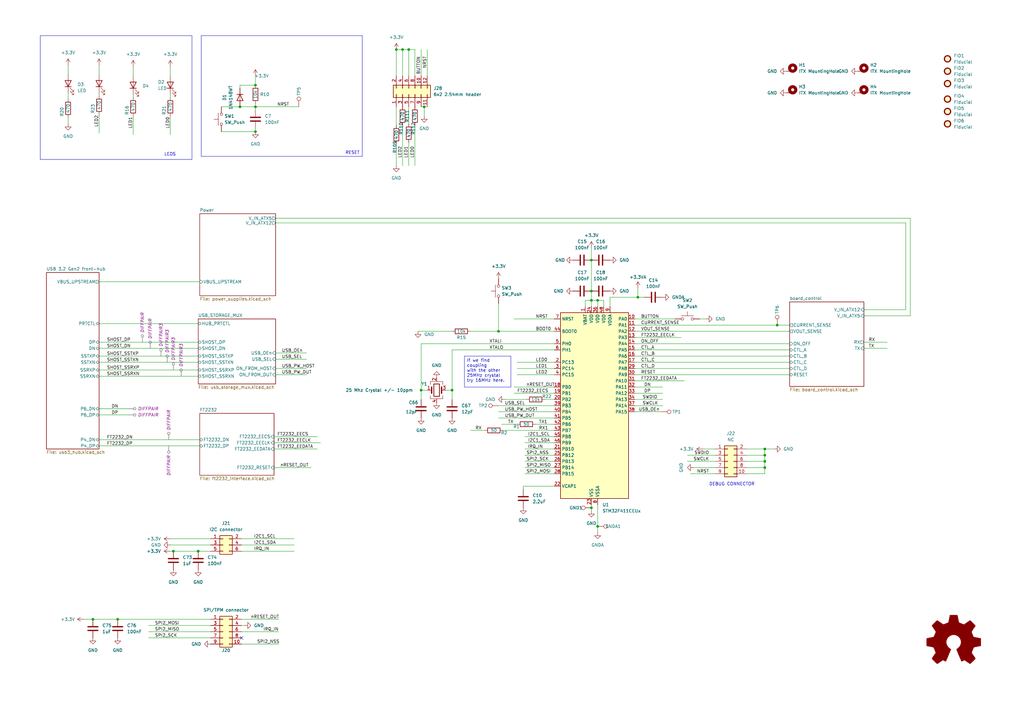
<source format=kicad_sch>
(kicad_sch (version 20230121) (generator eeschema)
  (paper "A3")
  (title_block (title "Jumpstart controller") (date "2023-06-13") (rev "2.0.0") (company "Red Hat Inc.") (comment 1 "Emerging Technologies") (comment 3 "helps perform CI on Embedded Systems") (comment 4 "This is board is works with the JumpStart project"))
  (junction (at 48.26 254))
  (junction (at 165.1 20.32))
  (junction (at 313.69 189.23))
  (junction (at 313.69 186.69))
  (junction (at 242.57 106.68))
  (junction (at 313.69 191.77))
  (junction (at 81.28 226.06))
  (junction (at 204.47 135.89))
  (junction (at 313.69 184.15))
  (junction (at 167.64 20.32))
  (junction (at 172.72 160.02))
  (junction (at 104.775 53.975))
  (junction (at 261.62 121.92))
  (junction (at 104.775 43.815))
  (junction (at 242.57 208.28))
  (junction (at 104.775 34.925))
  (junction (at 242.57 123.19))
  (junction (at 71.12 226.06))
  (junction (at 162.56 20.32))
  (junction (at 98.425 43.815))
  (junction (at 242.57 119.38))
  (junction (at 38.1 254))
  (junction (at 318.77 133.35))
  (junction (at 245.11 123.19))
  (junction (at 245.11 215.9))
  (junction (at 173.99 43.815))
  (junction (at 185.42 160.02))
  (no_connect (at 99.06 261.62))
  (wire (pts (xy 260.35 158.75) (xy 271.78 158.75)))
  (wire (pts (xy 260.35 153.67) (xy 323.85 153.67)))
  (wire (pts (xy 210.82 161.29) (xy 227.33 161.29)))
  (wire (pts (xy 40.64 182.88) (xy 81.915 182.88)))
  (wire (pts (xy 40.64 148.59) (xy 81.28 148.59)))
  (wire (pts (xy 40.64 132.715) (xy 81.28 132.715)))
  (wire (pts (xy 170.18 51.435) (xy 170.18 67.945)))
  (wire (pts (xy 215.265 189.23) (xy 227.33 189.23)))
  (wire (pts (xy 306.07 186.69) (xy 313.69 186.69)))
  (wire (pts (xy 242.57 119.38) (xy 242.57 123.19)))
  (wire (pts (xy 223.52 163.83) (xy 227.33 163.83)))
  (wire (pts (xy 306.07 189.23) (xy 313.69 189.23)))
  (wire (pts (xy 306.07 191.77) (xy 313.69 191.77)))
  (wire (pts (xy 284.48 191.77) (xy 293.37 191.77)))
  (wire (pts (xy 287.02 130.81) (xy 289.56 130.81)))
  (wire (pts (xy 313.69 191.77) (xy 313.69 189.23)))
  (wire (pts (xy 288.29 184.15) (xy 293.37 184.15)))
  (wire (pts (xy 40.64 46.99) (xy 40.64 54.61)))
  (wire (pts (xy 354.33 127) (xy 371.475 127)))
  (wire (pts (xy 260.35 148.59) (xy 323.85 148.59)))
  (wire (pts (xy 172.72 140.97) (xy 172.72 160.02)))
  (wire (pts (xy 172.72 140.97) (xy 227.33 140.97)))
  (wire (pts (xy 207.01 163.83) (xy 215.9 163.83)))
  (wire (pts (xy 27.94 48.26) (xy 27.94 50.8)))
  (wire (pts (xy 113.03 91.44) (xy 371.475 91.44)))
  (wire (pts (xy 318.77 133.35) (xy 260.35 133.35)))
  (wire (pts (xy 165.1 20.32) (xy 167.64 20.32)))
  (wire (pts (xy 54.61 47.625) (xy 54.61 55.245)))
  (wire (pts (xy 113.03 144.78) (xy 125.73 144.78)))
  (wire (pts (xy 99.06 254) (xy 114.3 254)))
  (wire (pts (xy 260.35 138.43) (xy 279.4 138.43)))
  (wire (pts (xy 54.61 27.305) (xy 54.61 31.115)))
  (wire (pts (xy 354.33 142.875) (xy 363.855 142.875)))
  (wire (pts (xy 204.47 124.46) (xy 204.47 135.89)))
  (wire (pts (xy 185.42 143.51) (xy 227.33 143.51)))
  (wire (pts (xy 215.265 194.31) (xy 227.33 194.31)))
  (wire (pts (xy 250.19 125.73) (xy 250.19 121.92)))
  (wire (pts (xy 212.09 151.13) (xy 227.33 151.13)))
  (wire (pts (xy 98.425 36.195) (xy 98.425 34.925)))
  (wire (pts (xy 27.94 26.67) (xy 27.94 30.48)))
  (wire (pts (xy 40.64 154.305) (xy 81.28 154.305)))
  (wire (pts (xy 172.72 43.815) (xy 173.99 43.815)))
  (wire (pts (xy 260.35 156.21) (xy 280.67 156.21)))
  (wire (pts (xy 260.35 161.29) (xy 271.78 161.29)))
  (wire (pts (xy 162.56 43.815) (xy 162.56 51.435)))
  (wire (pts (xy 245.11 207.01) (xy 245.11 215.9)))
  (wire (pts (xy 240.03 123.19) (xy 242.57 123.19)))
  (wire (pts (xy 162.56 20.32) (xy 165.1 20.32)))
  (wire (pts (xy 99.06 264.16) (xy 114.3 264.16)))
  (wire (pts (xy 313.69 194.31) (xy 313.69 191.77)))
  (wire (pts (xy 69.85 226.06) (xy 71.12 226.06)))
  (wire (pts (xy 69.85 47.625) (xy 69.85 55.245)))
  (wire (pts (xy 40.64 140.335) (xy 81.28 140.335)))
  (wire (pts (xy 271.145 168.91) (xy 260.35 168.91)))
  (wire (pts (xy 261.62 121.92) (xy 264.16 121.92)))
  (wire (pts (xy 227.33 191.77) (xy 215.265 191.77)))
  (wire (pts (xy 162.56 20.32) (xy 162.56 31.115)))
  (wire (pts (xy 40.64 170.18) (xy 52.705 170.18)))
  (wire (pts (xy 373.38 89.535) (xy 373.38 129.54)))
  (wire (pts (xy 313.69 184.15) (xy 317.5 184.15)))
  (wire (pts (xy 204.47 168.91) (xy 227.33 168.91)))
  (wire (pts (xy 113.03 153.67) (xy 125.73 153.67)))
  (wire (pts (xy 227.33 179.07) (xy 215.265 179.07)))
  (wire (pts (xy 104.775 52.705) (xy 104.775 53.975)))
  (wire (pts (xy 242.57 123.19) (xy 242.57 125.73)))
  (wire (pts (xy 165.1 51.435) (xy 165.1 67.945)))
  (wire (pts (xy 260.35 135.89) (xy 323.85 135.89)))
  (wire (pts (xy 99.06 220.98) (xy 120.65 220.98)))
  (wire (pts (xy 215.265 181.61) (xy 227.33 181.61)))
  (wire (pts (xy 112.395 184.15) (xy 130.175 184.15)))
  (wire (pts (xy 242.57 106.68) (xy 242.57 119.38)))
  (wire (pts (xy 99.06 226.06) (xy 120.65 226.06)))
  (wire (pts (xy 48.26 254) (xy 86.36 254)))
  (wire (pts (xy 260.35 143.51) (xy 323.85 143.51)))
  (wire (pts (xy 34.29 254) (xy 38.1 254)))
  (wire (pts (xy 215.265 186.69) (xy 227.33 186.69)))
  (wire (pts (xy 204.47 171.45) (xy 227.33 171.45)))
  (wire (pts (xy 173.99 47.625) (xy 173.99 43.815)))
  (wire (pts (xy 99.06 256.54) (xy 100.33 256.54)))
  (wire (pts (xy 354.33 129.54) (xy 373.38 129.54)))
  (wire (pts (xy 167.64 20.32) (xy 167.64 31.115)))
  (wire (pts (xy 40.64 38.1) (xy 40.64 39.37)))
  (wire (pts (xy 167.64 20.32) (xy 170.18 20.32)))
  (wire (pts (xy 98.425 43.815) (xy 104.775 43.815)))
  (wire (pts (xy 60.96 256.54) (xy 86.36 256.54)))
  (wire (pts (xy 250.19 121.92) (xy 261.62 121.92)))
  (wire (pts (xy 283.21 194.31) (xy 293.37 194.31)))
  (wire (pts (xy 90.805 43.815) (xy 98.425 43.815)))
  (wire (pts (xy 104.775 31.115) (xy 104.775 34.925)))
  (wire (pts (xy 204.47 135.89) (xy 227.33 135.89)))
  (wire (pts (xy 165.1 20.32) (xy 165.1 31.115)))
  (wire (pts (xy 40.64 167.64) (xy 52.705 167.64)))
  (wire (pts (xy 40.64 142.875) (xy 81.28 142.875)))
  (wire (pts (xy 104.775 42.545) (xy 104.775 43.815)))
  (wire (pts (xy 245.11 215.9) (xy 245.11 218.44)))
  (wire (pts (xy 173.99 43.815) (xy 175.26 43.815)))
  (wire (pts (xy 318.77 133.35) (xy 323.85 133.35)))
  (wire (pts (xy 214.63 199.39) (xy 214.63 200.66)))
  (wire (pts (xy 371.475 127) (xy 371.475 91.44)))
  (wire (pts (xy 193.04 176.53) (xy 198.755 176.53)))
  (wire (pts (xy 245.11 123.19) (xy 245.11 125.73)))
  (wire (pts (xy 193.04 135.89) (xy 204.47 135.89)))
  (wire (pts (xy 313.69 186.69) (xy 313.69 184.15)))
  (wire (pts (xy 240.03 125.73) (xy 240.03 123.19)))
  (wire (pts (xy 210.82 158.75) (xy 227.33 158.75)))
  (wire (pts (xy 98.425 34.925) (xy 104.775 34.925)))
  (wire (pts (xy 40.64 180.34) (xy 81.915 180.34)))
  (wire (pts (xy 313.69 189.23) (xy 313.69 186.69)))
  (wire (pts (xy 104.775 43.815) (xy 122.555 43.815)))
  (wire (pts (xy 212.09 153.67) (xy 227.33 153.67)))
  (wire (pts (xy 113.03 147.32) (xy 125.73 147.32)))
  (wire (pts (xy 281.94 189.23) (xy 293.37 189.23)))
  (wire (pts (xy 90.805 53.975) (xy 104.775 53.975)))
  (wire (pts (xy 306.07 184.15) (xy 313.69 184.15)))
  (wire (pts (xy 40.64 115.57) (xy 81.915 115.57)))
  (wire (pts (xy 260.35 140.97) (xy 323.85 140.97)))
  (wire (pts (xy 40.64 146.05) (xy 81.28 146.05)))
  (wire (pts (xy 112.395 191.77) (xy 127.635 191.77)))
  (wire (pts (xy 247.65 123.19) (xy 247.65 125.73)))
  (wire (pts (xy 40.64 26.67) (xy 40.64 30.48)))
  (wire (pts (xy 162.56 59.055) (xy 162.56 67.945)))
  (wire (pts (xy 69.85 27.305) (xy 69.85 31.115)))
  (wire (pts (xy 219.71 173.99) (xy 227.33 173.99)))
  (wire (pts (xy 260.35 166.37) (xy 271.78 166.37)))
  (wire (pts (xy 113.03 151.13) (xy 125.73 151.13)))
  (wire (pts (xy 182.88 160.02) (xy 185.42 160.02)))
  (wire (pts (xy 71.12 226.06) (xy 81.28 226.06)))
  (wire (pts (xy 245.11 123.19) (xy 247.65 123.19)))
  (wire (pts (xy 204.47 166.37) (xy 227.33 166.37)))
  (wire (pts (xy 260.35 130.81) (xy 276.86 130.81)))
  (wire (pts (xy 171.45 135.89) (xy 185.42 135.89)))
  (wire (pts (xy 170.18 20.32) (xy 170.18 31.115)))
  (wire (pts (xy 242.57 207.01) (xy 242.57 208.28)))
  (wire (pts (xy 227.33 199.39) (xy 214.63 199.39)))
  (wire (pts (xy 112.395 181.61) (xy 131.445 181.61)))
  (wire (pts (xy 60.96 261.62) (xy 86.36 261.62)))
  (wire (pts (xy 69.85 220.98) (xy 86.36 220.98)))
  (wire (pts (xy 215.265 184.15) (xy 227.33 184.15)))
  (wire (pts (xy 113.03 89.535) (xy 373.38 89.535)))
  (wire (pts (xy 99.06 223.52) (xy 120.65 223.52)))
  (wire (pts (xy 38.1 254) (xy 48.26 254)))
  (wire (pts (xy 81.28 226.06) (xy 86.36 226.06)))
  (wire (pts (xy 112.395 179.07) (xy 130.175 179.07)))
  (wire (pts (xy 40.64 151.765) (xy 81.28 151.765)))
  (wire (pts (xy 260.35 146.05) (xy 323.85 146.05)))
  (wire (pts (xy 260.35 163.83) (xy 271.78 163.83)))
  (wire (pts (xy 242.57 101.6) (xy 242.57 106.68)))
  (wire (pts (xy 206.375 176.53) (xy 227.33 176.53)))
  (wire (pts (xy 354.33 140.335) (xy 363.855 140.335)))
  (wire (pts (xy 167.64 43.815) (xy 167.64 50.8)))
  (wire (pts (xy 167.64 58.42) (xy 167.64 67.945)))
  (wire (pts (xy 185.42 160.02) (xy 185.42 163.83)))
  (wire (pts (xy 54.61 38.735) (xy 54.61 40.005)))
  (wire (pts (xy 242.57 208.28) (xy 242.57 209.55)))
  (wire (pts (xy 212.09 148.59) (xy 227.33 148.59)))
  (wire (pts (xy 281.94 186.69) (xy 293.37 186.69)))
  (wire (pts (xy 172.72 163.83) (xy 172.72 160.02)))
  (wire (pts (xy 27.94 38.1) (xy 27.94 40.64)))
  (wire (pts (xy 261.62 118.11) (xy 261.62 121.92)))
  (wire (pts (xy 69.85 38.735) (xy 69.85 40.005)))
  (wire (pts (xy 172.72 160.02) (xy 175.26 160.02)))
  (wire (pts (xy 69.85 223.52) (xy 86.36 223.52)))
  (wire (pts (xy 306.07 194.31) (xy 313.69 194.31)))
  (wire (pts (xy 172.72 20.32) (xy 172.72 31.115)))
  (wire (pts (xy 104.775 43.815) (xy 104.775 45.085)))
  (wire (pts (xy 260.35 151.13) (xy 323.85 151.13)))
  (wire (pts (xy 242.57 123.19) (xy 245.11 123.19)))
  (wire (pts (xy 60.96 259.08) (xy 86.36 259.08)))
  (wire (pts (xy 175.26 20.32) (xy 175.26 31.115)))
  (wire (pts (xy 210.82 130.81) (xy 227.33 130.81)))
  (wire (pts (xy 205.74 173.99) (xy 212.09 173.99)))
  (wire (pts (xy 99.06 259.08) (xy 114.3 259.08)))
  (wire (pts (xy 185.42 160.02) (xy 185.42 143.51)))
  (rectangle (start 82.55 14.605) (end 148.59 64.135))
  (rectangle (start 16.51 14.605) (end 78.74 65.405))
  (text_box "If we find coupling\nwith the other 25MHz crystal\ntry 16MHz here." (at 190.5 146.05 0) (size 19.05 12.7) (effects (font (size 1.27 1.27)) (justify left top)))
  (text "RESET" (at 141.605 63.5 0) (effects (font (size 1.27 1.27)) (justify left bottom)))
  (text "DEBUG CONNECTOR\n" (at 290.83 199.39 0) (effects (font (size 1.27 1.27)) (justify left bottom)))
  (text "LEDS" (at 67.31 64.135 0) (effects (font (size 1.27 1.27)) (justify left bottom)))
  (label "USB_OEn" (at 115.57 144.78 0))
  (label "LED1" (at 167.64 64.77 90))
  (label "FT2232_EEDATA" (at 113.665 184.15 0))
  (label "SHOST_DN" (at 43.815 142.875 0))
  (label "nRESET_OUT" (at 215.9 158.75 0))
  (label "SPI2_SCK" (at 63.5 261.62 0))
  (label "FT2232_EECS" (at 212.09 161.29 0))
  (label "CTL_C" (at 262.89 148.59 0))
  (label "DP" (at 264.16 161.29 0))
  (label "LED0" (at 219.71 148.59 0))
  (label "XTALO" (at 200.66 143.51 0))
  (label "TX1" (at 220.98 173.99 0))
  (label "BOOT0" (at 219.71 135.89 0))
  (label "LED1" (at 219.71 151.13 0))
  (label "nRESET_OUT" (at 102.87 254 0))
  (label "SHOST_SSRXN" (at 43.815 154.305 0))
  (label "USB_PW_HOST" (at 207.01 168.91 0))
  (label "CTL_A" (at 262.89 143.51 0))
  (label "SHOST_SSRXP" (at 43.815 151.765 0))
  (label "VOUT_SENSE" (at 262.89 135.89 0))
  (label "XTALI" (at 200.66 140.97 0))
  (label "FT2232_EECLK" (at 262.89 138.43 0))
  (label "IRQ_IN" (at 104.14 226.06 0))
  (label "FT2232_EEDATA" (at 262.89 156.21 0))
  (label "SHOST_DP" (at 43.815 140.335 0))
  (label "LED1" (at 54.61 52.705 90))
  (label "CTL_B" (at 262.89 146.05 0))
  (label "USB_SEL" (at 207.01 166.37 0))
  (label "LED0" (at 170.18 64.77 90))
  (label "NRST" (at 175.26 27.94 90))
  (label "DP" (at 45.72 170.18 0))
  (label "IRQ_IN" (at 107.95 259.08 0))
  (label "NRST" (at 219.71 130.81 0))
  (label "SPI2_SCK" (at 215.9 189.23 0))
  (label "NRST" (at 290.83 194.31 180))
  (label "I2C1_SCL" (at 216.535 179.07 0))
  (label "SWDIO" (at 290.83 186.69 180))
  (label "SHOST_SSTXN" (at 43.815 148.59 0))
  (label "LED2" (at 40.64 52.07 90))
  (label "I2C1_SDA" (at 216.535 181.61 0))
  (label "SPI2_NSS" (at 105.41 264.16 0))
  (label "USB_PW_HOST" (at 115.57 151.13 0))
  (label "SHOST_SSTXP" (at 43.815 146.05 0))
  (label "DN" (at 45.72 167.64 0))
  (label "RX1" (at 220.98 176.53 0))
  (label "LED2" (at 165.1 64.77 90))
  (label "FT2232_DP" (at 43.815 182.88 0))
  (label "USB_SEL" (at 115.57 147.32 0))
  (label "DN" (at 264.16 158.75 0))
  (label "FT2232_EECS" (at 113.665 179.07 0))
  (label "RX" (at 194.945 176.53 0))
  (label "SPI2_MOSI" (at 215.9 194.31 0))
  (label "SWDIO" (at 263.525 163.83 0))
  (label "BUTTON" (at 172.72 30.48 90))
  (label "CURRENT_SENSE" (at 262.89 133.35 0))
  (label "SPI2_MISO" (at 215.9 191.77 0))
  (label "LED0" (at 69.85 52.705 90))
  (label "NRST" (at 113.665 43.815 0))
  (label "nRESET_OUT" (at 114.935 191.77 0))
  (label "TX" (at 356.235 142.875 0))
  (label "SWCLK" (at 263.525 166.37 0))
  (label "SPI2_MISO" (at 63.5 259.08 0))
  (label "FT2232_DN" (at 43.815 180.34 0))
  (label "BUTTON" (at 262.89 130.81 0))
  (label "I2C1_SDA" (at 104.14 223.52 0))
  (label "I2C1_SCL" (at 104.14 220.98 0))
  (label "LED2" (at 219.71 153.67 0))
  (label "USB_PW_DUT" (at 115.57 153.67 0))
  (label "TX" (at 208.28 173.99 0))
  (label "IRQ_IN" (at 216.408 184.15 0))
  (label "SPI2_MOSI" (at 63.5 256.54 0))
  (label "RESET" (at 262.89 153.67 0))
  (label "ON_OFF" (at 262.89 140.97 0))
  (label "SWCLK" (at 290.83 189.23 180))
  (label "RX" (at 356.235 140.335 0))
  (label "USB_PW_DUT" (at 207.01 171.45 0))
  (label "FT2232_EECLK" (at 113.665 181.61 0))
  (label "CTL_D" (at 262.89 151.13 0))
  (label "SPI2_NSS" (at 215.9 186.69 0))
  (label "USB_OEn" (at 270.51 168.91 180))
  (netclass_flag "" (length 2.54) (shape round) (at 66.04 146.05 0) (property "Netclass" "DIFFPAIR3" (at 66.04 142.24 90) (effects (font italic) (justify left))))
  (netclass_flag "" (length 2.54) (shape round) (at 61.595 142.875 0) (property "Netclass" "DIFFPAIR" (at 61.595 139.065 90) (effects (font italic) (justify left))))
  (netclass_flag "" (length 2.54) (shape round) (at 52.705 167.64 270) (property "Netclass" "DIFFPAIR" (at 56.515 167.64 0) (effects (font italic) (justify left))))
  (netclass_flag "" (length 2.54) (shape round) (at 74.295 154.305 0) (property "Netclass" "DIFFPAIR3" (at 74.295 150.495 90) (effects (font italic) (justify left))))
  (netclass_flag "" (length 2.54) (shape round) (at 52.705 170.18 270) (property "Netclass" "DIFFPAIR" (at 56.515 170.18 0) (effects (font italic) (justify left))))
  (netclass_flag "" (length 2.54) (shape round) (at 71.12 151.765 0) (property "Netclass" "DIFFPAIR3" (at 71.12 147.955 90) (effects (font italic) (justify left))))
  (netclass_flag "" (length 2.54) (shape round) (at 69.215 182.88 180) (property "Netclass" "DIFFPAIR" (at 69.215 186.69 90) (effects (font italic) (justify right))))
  (netclass_flag "" (length 2.54) (shape round) (at 69.215 180.34 0) (property "Netclass" "DIFFPAIR" (at 69.215 176.53 90) (effects (font italic) (justify left))))
  (netclass_flag "" (length 2.54) (shape round) (at 58.42 140.335 0) (property "Netclass" "DIFFPAIR" (at 58.42 136.525 90) (effects (font italic) (justify left))))
  (netclass_flag "" (length 2.54) (shape round) (at 68.58 148.59 0) (property "Netclass" "DIFFPAIR3" (at 68.58 144.78 90) (effects (font italic) (justify left))))
  (symbol (lib_id "Device:LED") (at 40.64 34.29 90) (unit 1)
    (property "Reference" "D5" (effects hide))
    (property "Value" "LED" (effects hide))
    (property "Footprint" "LED_SMD:LED_0603_1608Metric" (effects hide))
    (property "MFN" "LTST-C190KRKT" (effects hide))
    (property "MPN" "LTST-C190KRKT" (effects hide))
  )
  (symbol (lib_id "Device:R") (at 215.9 173.99 90) (unit 1)
    (property "Reference" "R1" (at 211.836 175.006 90))
    (property "Value" "50" (at 215.9 173.99 90))
    (property "Footprint" "Resistor_SMD:R_0402_1005Metric" (effects hide))
    (property "MFN" "RC0402JR-0750RL" (effects hide))
    (property "MPN" "RC0402JR-0750RL" (effects hide))
  )
  (symbol (lib_id "Connector:TestPoint") (at 204.47 166.37 90) (unit 1)
    (property "Reference" "TP2" (at 198.12 166.37 90))
    (property "Value" "TestPoint" (effects hide))
    (property "Footprint" "TestPoint:TestPoint_Pad_D1.0mm" (effects hide))
  )
  (symbol (lib_id "Mechanical:Fiducial") (at 388.62 24.13 0) (unit 1)
    (property "Reference" "FID1" (at 391.16 22.86 0) (effects (justify left)))
    (property "Value" "Fiducial" (at 391.16 25.4 0) (effects (justify left)))
    (property "Footprint" "Fiducial:Fiducial_0.5mm_Mask1mm" (effects hide))
  )
  (symbol (lib_id "Device:R") (at 189.23 135.89 270) (unit 1)
    (property "Reference" "R15" (at 189.23 138.43 90))
    (property "Value" "10k" (at 189.23 135.89 90))
    (property "Footprint" "Resistor_SMD:R_0402_1005Metric" (effects hide))
    (property "MFN" "RTT02103JTH" (effects hide))
    (property "MPN" "RTT02103JTH" (effects hide))
  )
  (symbol (lib_id "power:GND") (at 351.79 29.21 270) (unit 1)
    (property "Reference" "#PWR096" (effects hide))
    (property "Value" "GND" (at 347.98 29.21 90) (effects (justify right)))
  )
  (symbol (lib_id "Mechanical:Fiducial") (at 388.62 50.8 0) (unit 1)
    (property "Reference" "FID6" (at 391.16 49.53 0) (effects (justify left)))
    (property "Value" "Fiducial" (at 391.16 52.07 0) (effects (justify left)))
    (property "Footprint" "Fiducial:Fiducial_0.5mm_Mask1mm" (effects hide))
  )
  (symbol (lib_id "Device:C") (at 104.775 48.895 180) (unit 1)
    (property "Reference" "C7" (at 108.585 47.625 0) (effects (justify right)))
    (property "Value" "100nF" (at 108.585 50.165 0) (effects (justify right)))
    (property "Footprint" "Capacitor_SMD:C_0402_1005Metric" (effects hide))
    (property "MPN" "CL05B104K05NNNC" (effects hide))
    (property "MPN2" "TCC0402X7R104M160AT" (effects hide))
    (property "MFN" "CL10B104KB8NNNC" (effects hide))
  )
  (symbol (lib_id "power:+3.3VA") (at 261.62 118.11 0) (unit 1)
    (property "Reference" "#PWR09" (effects hide))
    (property "Value" "+3.3VA" (at 261.62 113.665 0))
  )
  (symbol (lib_id "power:GND") (at 351.79 38.1 270) (unit 1)
    (property "Reference" "#PWR097" (effects hide))
    (property "Value" "GND" (at 347.98 38.1 90) (effects (justify right)))
  )
  (symbol (lib_id "power:+3.3V") (at 242.57 101.6 0) (unit 1)
    (property "Reference" "#PWR08" (effects hide))
    (property "Value" "+3.3V" (at 242.57 96.52 0))
  )
  (symbol (lib_id "Device:C") (at 185.42 167.64 180) (unit 1)
    (property "Reference" "C67" (at 189.23 166.37 0) (effects (justify right)))
    (property "Value" "12pF" (at 189.23 168.91 0) (effects (justify right)))
    (property "Footprint" "Capacitor_SMD:C_0402_1005Metric" (effects hide))
    (property "MFN" "CC0402JRNPO9BN120" (effects hide))
    (property "MPN" "CC0402JRNPO9BN120" (effects hide))
  )
  (symbol (lib_id "Switch:SW_Push") (at 281.94 130.81 0) (unit 1)
    (property "Reference" "SW2" (at 281.94 123.19 0))
    (property "Value" "SW_Push" (at 281.94 125.73 0))
    (property "Footprint" "Button_Switch_THT:SW_Tactile_SPST_Angled_PTS645Vx58-2LFS" (effects hide))
    (property "MFN" "K2-1102BQ-C4CW-01" (effects hide))
    (property "MPN" "K2-1102BQ-C4CW-01" (effects hide))
  )
  (symbol (lib_id "Mechanical:Fiducial") (at 388.62 45.72 0) (unit 1)
    (property "Reference" "FID5" (at 391.16 44.45 0) (effects (justify left)))
    (property "Value" "Fiducial" (at 391.16 46.99 0) (effects (justify left)))
    (property "Footprint" "Fiducial:Fiducial_0.5mm_Mask1mm" (effects hide))
  )
  (symbol (lib_id "Mechanical:Fiducial") (at 388.62 34.29 0) (unit 1)
    (property "Reference" "FID3" (at 391.16 33.02 0) (effects (justify left)))
    (property "Value" "Fiducial" (at 391.16 35.56 0) (effects (justify left)))
    (property "Footprint" "Fiducial:Fiducial_0.5mm_Mask1mm" (effects hide))
  )
  (symbol (lib_id "MCU_ST_STM32F4:STM32F411CEUx") (at 242.57 166.37 0) (unit 1)
    (property "Reference" "U1" (at 247.0659 207.01 0) (effects (justify left)))
    (property "Value" "STM32F411CEUx" (at 247.0659 209.55 0) (effects (justify left)))
    (property "Footprint" "Package_DFN_QFN:QFN-48-1EP_7x7mm_P0.5mm_EP5.6x5.6mm" (effects hide))
    (property "Datasheet" "https://www.st.com/resource/en/datasheet/stm32f411ce.pdf" (effects hide))
    (property "MFN" "STM32F411CEU6" (effects hide))
    (property "MPN" "STM32F411CEU6" (effects hide))
  )
  (symbol (lib_id "Connector_Generic:Conn_02x05_Odd_Even") (at 91.44 259.08 0) (unit 1)
    (property "Reference" "J20" (at 92.71 266.7 0))
    (property "Value" "SPI/TPM connector" (at 92.71 250.19 0))
    (property "Footprint" "Connector_PinHeader_2.54mm:PinHeader_2x05_P2.54mm_Vertical" (effects hide))
    (property "MPN" "A2541WV-2X5P" (effects hide))
    (property "MFN" "A2541WV-2X5P" (effects hide))
  )
  (symbol (lib_id "Device:C") (at 246.38 106.68 90) (unit 1)
    (property "Reference" "C16" (at 246.38 99.06 90))
    (property "Value" "100nF" (at 246.38 101.6 90))
    (property "Footprint" "Capacitor_SMD:C_0402_1005Metric" (effects hide))
    (property "MPN" "CL05B104K05NNNC" (effects hide))
    (property "MPN2" "TCC0402X7R104M160AT" (effects hide))
    (property "MFN" "CL10B104KB8NNNC" (effects hide))
  )
  (symbol (lib_id "Device:R") (at 69.85 43.815 180) (unit 1)
    (property "Reference" "R21" (at 67.31 45.212 90))
    (property "Value" "470" (at 69.85 43.815 90))
    (property "Footprint" "Resistor_SMD:R_0402_1005Metric" (effects hide))
    (property "MFN" "RTT02471JTH" (effects hide))
    (property "MPN" "RTT02471JTH" (effects hide))
  )
  (symbol (lib_id "power:+3.3V") (at 69.85 226.06 90) (unit 1)
    (property "Reference" "#PWR0163" (effects hide))
    (property "Value" "+3.3V" (at 66.04 226.06 90) (effects (justify left)))
  )
  (symbol (lib_id "Device:C") (at 48.26 257.81 0) (unit 1)
    (property "Reference" "C76" (at 52.07 256.54 0) (effects (justify left)))
    (property "Value" "100nF" (at 52.07 259.08 0) (effects (justify left)))
    (property "Footprint" "Capacitor_SMD:C_0402_1005Metric" (effects hide))
    (property "MPN" "CL05B104K05NNNC" (effects hide))
    (property "MPN2" "TCC0402X7R104M160AT" (effects hide))
    (property "MFN" "CL10B104KB8NNNC" (effects hide))
  )
  (symbol (lib_id "power:GND") (at 214.63 208.28 0) (unit 1)
    (property "Reference" "#PWR034" (effects hide))
    (property "Value" "GND" (at 214.63 213.36 0))
  )
  (symbol (lib_name "MountingHole_5") (lib_id "Mechanical:MountingHole") (at 354.33 27.94 0) (unit 1)
    (property "Reference" "H2" (at 356.87 26.67 0) (effects (justify left)))
    (property "Value" "ITX MountingHole" (at 356.87 29.21 0) (effects (justify left)))
    (property "Footprint" "MountingHole:MountingHole_4.3mm_M4_Pad_Via" (effects hide))
  )
  (symbol (lib_id "Device:C") (at 172.72 167.64 180) (unit 1)
    (property "Reference" "C66" (at 167.64 165.1 0) (effects (justify right)))
    (property "Value" "12pF" (at 166.37 168.91 0) (effects (justify right)))
    (property "Footprint" "Capacitor_SMD:C_0402_1005Metric" (effects hide))
    (property "MFN" "CC0402JRNPO9BN120" (effects hide))
    (property "MPN" "CC0402JRNPO9BN120" (effects hide))
  )
  (symbol (lib_id "power:+3.3V") (at 69.85 220.98 90) (unit 1)
    (property "Reference" "#PWR0161" (effects hide))
    (property "Value" "+3.3V" (at 66.04 220.98 90) (effects (justify left)))
  )
  (symbol (lib_id "power:GND") (at 179.07 154.94 180) (unit 1)
    (property "Reference" "#PWR0138" (effects hide))
    (property "Value" "GND" (at 179.07 149.86 0))
  )
  (symbol (lib_id "power:+3.3V") (at 54.61 27.305 0) (unit 1)
    (property "Reference" "#PWR051" (effects hide))
    (property "Value" "+3.3V" (at 54.61 22.225 0))
  )
  (symbol (lib_id "Device:R") (at 27.94 44.45 180) (unit 1)
    (property "Reference" "R20" (at 25.4 45.847 90))
    (property "Value" "470" (at 27.94 44.45 90))
    (property "Footprint" "Resistor_SMD:R_0402_1005Metric" (effects hide))
    (property "MFN" "RTT02471JTH" (effects hide))
    (property "MPN" "RTT02471JTH" (effects hide))
  )
  (symbol (lib_id "power:GND") (at 173.99 47.625 0) (unit 1)
    (property "Reference" "#PWR095" (effects hide))
    (property "Value" "GND" (at 173.99 52.705 0))
  )
  (symbol (lib_id "Connector:TestPoint") (at 245.11 215.9 270) (unit 1)
    (property "Reference" "GNDA1" (at 251.46 215.9 90))
    (property "Value" "TestPoint" (effects hide))
    (property "Footprint" "TestPoint:TestPoint_Pad_D1.0mm" (effects hide))
  )
  (symbol (lib_id "Device:R") (at 170.18 47.625 180) (unit 1)
    (property "Reference" "R112" (at 169.545 52.705 90))
    (property "Value" "470" (at 170.18 47.625 90))
    (property "Footprint" "Resistor_SMD:R_0402_1005Metric" (effects hide))
    (property "MFN" "RTT02471JTH" (effects hide))
    (property "MPN" "RTT02471JTH" (effects hide))
  )
  (symbol (lib_id "power:+3.3V") (at 34.29 254 90) (unit 1)
    (property "Reference" "#PWR0158" (effects hide))
    (property "Value" "+3.3V" (at 30.734 254 90) (effects (justify left)))
  )
  (symbol (lib_id "power:GND") (at 234.95 119.38 270) (unit 1)
    (property "Reference" "#PWR058" (effects hide))
    (property "Value" "GND" (at 231.14 119.38 90) (effects (justify right)))
  )
  (symbol (lib_id "power:GND") (at 207.01 163.83 270) (unit 1)
    (property "Reference" "#PWR048" (effects hide))
    (property "Value" "GND" (at 203.2 163.83 90) (effects (justify right)))
  )
  (symbol (lib_id "Device:C") (at 214.63 204.47 180) (unit 1)
    (property "Reference" "C10" (at 218.44 203.2 0) (effects (justify right)))
    (property "Value" "2.2uF" (at 218.44 205.74 0) (effects (justify right)))
    (property "Footprint" "Capacitor_SMD:C_0603_1608Metric" (effects hide))
    (property "MFN" "CL10A225KP8NNNC" (effects hide))
    (property "MPN" "CL10A225KP8NNNC" (effects hide))
  )
  (symbol (lib_id "Mechanical:MountingHole") (at 354.33 36.83 0) (unit 1)
    (property "Reference" "H4" (at 356.87 35.56 0) (effects (justify left)))
    (property "Value" "ITX MountingHole" (at 356.87 38.1 0) (effects (justify left)))
    (property "Footprint" "MountingHole:MountingHole_4.3mm_M4_Pad_Via" (effects hide))
  )
  (symbol (lib_id "Graphic:Logo_Open_Hardware_Large") (at 391.16 263.525 0) (unit 1) (in_bom no) (on_board no)
    (property "Reference" "#SYM1" (effects hide))
    (property "Value" "Logo_Open_Hardware_Large" (effects hide))
    (property "Footprint" "Symbol:OSHW-Logo2_9.8x8mm_SilkScreen" (effects hide))
    (property "Sim.Enable" "0" (effects hide))
  )
  (symbol (lib_id "Mechanical:Fiducial") (at 388.62 40.64 0) (unit 1)
    (property "Reference" "FID4" (at 391.16 39.37 0) (effects (justify left)))
    (property "Value" "Fiducial" (at 391.16 41.91 0) (effects (justify left)))
    (property "Footprint" "Fiducial:Fiducial_0.5mm_Mask1mm" (effects hide))
  )
  (symbol (lib_id "Device:R") (at 40.64 43.18 180) (unit 1)
    (property "Reference" "R23" (at 38.1 44.577 90))
    (property "Value" "470" (at 40.64 43.18 90))
    (property "Footprint" "Resistor_SMD:R_0402_1005Metric" (effects hide))
    (property "MFN" "RTT02471JTH" (effects hide))
    (property "MPN" "RTT02471JTH" (effects hide))
  )
  (symbol (lib_id "power:+3.3V") (at 162.56 20.32 0) (unit 1)
    (property "Reference" "#PWR0228" (effects hide))
    (property "Value" "+3.3V" (at 162.56 15.24 0))
  )
  (symbol (lib_id "Mechanical:Fiducial") (at 388.62 29.21 0) (unit 1)
    (property "Reference" "FID2" (at 391.16 27.94 0) (effects (justify left)))
    (property "Value" "Fiducial" (at 391.16 30.48 0) (effects (justify left)))
    (property "Footprint" "Fiducial:Fiducial_0.5mm_Mask1mm" (effects hide))
  )
  (symbol (lib_id "Switch:SW_Push") (at 204.47 119.38 90) (unit 1)
    (property "Reference" "SW3" (at 205.74 118.11 90) (effects (justify right)))
    (property "Value" "SW_Push" (at 205.74 120.65 90) (effects (justify right)))
    (property "Footprint" "Button_Switch_SMD:SW_SPST_B3S-1000" (effects hide))
    (property "MFN" "K2-1102SP-C4SC-04" (effects hide))
    (property "MPN" "K2-1102SP-C4SC-04" (effects hide))
  )
  (symbol (lib_id "power:GND") (at 86.36 264.16 270) (unit 1)
    (property "Reference" "#PWR0159" (effects hide))
    (property "Value" "GND" (at 82.55 264.16 90) (effects (justify right)))
  )
  (symbol (lib_id "Device:R") (at 202.565 176.53 90) (unit 1)
    (property "Reference" "R2" (at 206.756 177.546 90))
    (property "Value" "50" (at 202.565 176.53 90))
    (property "Footprint" "Resistor_SMD:R_0402_1005Metric" (effects hide))
    (property "MFN" "RC0402JR-0750RL" (effects hide))
    (property "MPN" "RC0402JR-0750RL" (effects hide))
  )
  (symbol (lib_id "power:GND") (at 185.42 171.45 0) (unit 1)
    (property "Reference" "#PWR0140" (effects hide))
    (property "Value" "GND" (at 185.42 176.53 0))
  )
  (symbol (lib_id "Connector_Generic:Conn_02x03_Odd_Even") (at 91.44 223.52 0) (unit 1)
    (property "Reference" "J21" (at 92.71 214.63 0))
    (property "Value" "I2C connector" (at 92.71 217.17 0))
    (property "Footprint" "Connector_PinHeader_2.54mm:PinHeader_2x03_P2.54mm_Vertical" (effects hide))
    (property "Datasheet" "https://file.elecfans.com/web1/M00/81/AC/o4YBAFw2vnKAaVFEACnRtF3lcuA967.pdf?filename=A2541_SERIES_CJT.pdf" (effects hide))
    (property "MPN" "A2541WV-2X3P" (effects hide))
    (property "MFN" "A2541WV-2X3P" (effects hide))
  )
  (symbol (lib_id "power:GNDA") (at 245.11 218.44 0) (unit 1)
    (property "Reference" "#PWR07" (effects hide))
    (property "Value" "GNDA" (at 245.11 223.52 0))
  )
  (symbol (lib_id "Device:C") (at 38.1 257.81 180) (unit 1)
    (property "Reference" "C75" (at 41.91 256.54 0) (effects (justify right)))
    (property "Value" "1uF" (at 41.91 259.08 0) (effects (justify right)))
    (property "Footprint" "Capacitor_SMD:C_0603_1608Metric" (effects hide))
    (property "MFN" "CL10B105KA8NNNC" (effects hide))
    (property "MPN" "CL10B105KA8NNNC" (effects hide))
  )
  (symbol (lib_id "Device:C") (at 81.28 229.87 0) (unit 1)
    (property "Reference" "C74" (at 85.09 228.6 0) (effects (justify left)))
    (property "Value" "100nF" (at 85.09 231.14 0) (effects (justify left)))
    (property "Footprint" "Capacitor_SMD:C_0402_1005Metric" (effects hide))
    (property "MPN" "CL05B104K05NNNC" (effects hide))
    (property "MPN2" "TCC0402X7R104M160AT" (effects hide))
    (property "MFN" "CL10B104KB8NNNC" (effects hide))
  )
  (symbol (lib_id "Device:C") (at 71.12 229.87 180) (unit 1)
    (property "Reference" "C73" (at 74.93 228.6 0) (effects (justify right)))
    (property "Value" "1uF" (at 74.93 231.14 0) (effects (justify right)))
    (property "Footprint" "Capacitor_SMD:C_0603_1608Metric" (effects hide))
    (property "MFN" "CL10B105KA8NNNC" (effects hide))
    (property "MPN" "CL10B105KA8NNNC" (effects hide))
  )
  (symbol (lib_id "power:GND") (at 48.26 261.62 0) (unit 1)
    (property "Reference" "#PWR0167" (effects hide))
    (property "Value" "GND" (at 48.26 266.7 0))
  )
  (symbol (lib_id "power:GND") (at 100.33 256.54 90) (unit 1)
    (property "Reference" "#PWR0160" (effects hide))
    (property "Value" "GND" (at 104.14 256.54 90) (effects (justify right)))
  )
  (symbol (lib_id "power:GND") (at 322.58 38.1 270) (unit 1)
    (property "Reference" "#PWR094" (effects hide))
    (property "Value" "GND" (at 318.77 38.1 90) (effects (justify right)))
  )
  (symbol (lib_id "power:GND") (at 322.58 29.21 270) (unit 1)
    (property "Reference" "#PWR093" (effects hide))
    (property "Value" "GND" (at 318.77 29.21 90) (effects (justify right)))
  )
  (symbol (lib_id "Device:R") (at 165.1 47.625 180) (unit 1)
    (property "Reference" "R110" (at 164.465 52.705 90))
    (property "Value" "470" (at 165.1 47.625 90))
    (property "Footprint" "Resistor_SMD:R_0402_1005Metric" (effects hide))
    (property "MFN" "RTT02471JTH" (effects hide))
    (property "MPN" "RTT02471JTH" (effects hide))
  )
  (symbol (lib_id "power:GNDA") (at 271.78 121.92 90) (unit 1)
    (property "Reference" "#PWR050" (effects hide))
    (property "Value" "GNDA" (at 275.59 121.92 90) (effects (justify right)))
  )
  (symbol (lib_id "power:GND") (at 289.56 130.81 90) (unit 1)
    (property "Reference" "#PWR029" (effects hide))
    (property "Value" "GND" (at 293.37 130.81 90) (effects (justify right)))
  )
  (symbol (lib_id "power:GND") (at 104.775 53.975 0) (unit 1)
    (property "Reference" "#PWR028" (effects hide))
    (property "Value" "GND" (at 104.775 59.055 0))
  )
  (symbol (lib_id "power:GND") (at 250.19 106.68 90) (unit 1)
    (property "Reference" "#PWR055" (effects hide))
    (property "Value" "GND" (at 254 106.68 90) (effects (justify right)))
  )
  (symbol (lib_id "Connector:TestPoint") (at 318.77 133.35 0) (unit 1)
    (property "Reference" "TP6" (at 318.77 127 90))
    (property "Value" "TestPoint" (effects hide))
    (property "Footprint" "TestPoint:TestPoint_Pad_D1.0mm" (effects hide))
  )
  (symbol (lib_id "power:GND") (at 71.12 233.68 0) (unit 1)
    (property "Reference" "#PWR0164" (effects hide))
    (property "Value" "GND" (at 71.12 238.76 0))
  )
  (symbol (lib_id "Connector_Generic:Conn_02x06_Odd_Even") (at 167.64 38.735 90) (unit 1)
    (property "Reference" "J28" (at 177.8 36.195 90) (effects (justify right)))
    (property "Value" "6x2 2.54mm header" (at 177.8 38.735 90) (effects (justify right)))
    (property "Footprint" "Connector_PinHeader_2.54mm:PinHeader_2x06_P2.54mm_Vertical" (effects hide))
    (property "MFN" "A2541WV-2X3P" (effects hide))
    (property "MPN" "A2541WV-2X3P" (effects hide))
  )
  (symbol (lib_id "power:GND") (at 171.45 135.89 0) (unit 1)
    (property "Reference" "#PWR030" (effects hide))
    (property "Value" "GND" (at 173.99 137.16 0) (effects (justify left)))
  )
  (symbol (lib_id "Device:C") (at 238.76 119.38 90) (unit 1)
    (property "Reference" "C17" (at 238.76 111.76 90))
    (property "Value" "100nF" (at 238.76 114.3 90))
    (property "Footprint" "Capacitor_SMD:C_0402_1005Metric" (effects hide))
    (property "MPN" "CL05B104K05NNNC" (effects hide))
    (property "MPN2" "TCC0402X7R104M160AT" (effects hide))
    (property "MFN" "CL10B104KB8NNNC" (effects hide))
  )
  (symbol (lib_id "Connector:TestPoint") (at 242.57 208.28 90) (unit 1)
    (property "Reference" "GND1" (at 236.22 208.28 90))
    (property "Value" "TestPoint" (effects hide))
    (property "Footprint" "TestPoint:TestPoint_Pad_D1.0mm" (effects hide))
  )
  (symbol (lib_id "Device:LED") (at 69.85 34.925 90) (unit 1)
    (property "Reference" "D2" (at 64.77 33.655 90) (effects (justify right)))
    (property "Value" "LED" (at 64.77 36.195 90) (effects (justify right)))
    (property "Footprint" "LED_SMD:LED_0603_1608Metric" (effects hide))
    (property "MFN" "LTST-C190KRKT" (effects hide))
    (property "MPN" "LTST-C190KRKT" (effects hide))
  )
  (symbol (lib_id "power:GND") (at 38.1 261.62 0) (unit 1)
    (property "Reference" "#PWR0166" (effects hide))
    (property "Value" "GND" (at 38.1 266.7 0))
  )
  (symbol (lib_id "power:+3.3V") (at 40.64 26.67 0) (unit 1)
    (property "Reference" "#PWR052" (effects hide))
    (property "Value" "+3.3V" (at 40.64 21.59 0))
  )
  (symbol (lib_id "Connector:TestPoint") (at 271.145 168.91 270) (unit 1)
    (property "Reference" "TP1" (at 277.495 168.91 90))
    (property "Value" "TestPoint" (effects hide))
    (property "Footprint" "TestPoint:TestPoint_Pad_D1.0mm" (effects hide))
  )
  (symbol (lib_id "Device:R") (at 219.71 163.83 270) (unit 1)
    (property "Reference" "R22" (at 224.282 162.56 90))
    (property "Value" "10k" (at 219.71 163.83 90))
    (property "Footprint" "Resistor_SMD:R_0402_1005Metric" (effects hide))
    (property "MFN" "RTT02103JTH" (effects hide))
    (property "MPN" "RTT02103JTH" (effects hide))
  )
  (symbol (lib_id "power:GND") (at 172.72 171.45 0) (unit 1)
    (property "Reference" "#PWR0137" (effects hide))
    (property "Value" "GND" (at 172.72 176.53 0))
  )
  (symbol (lib_id "Device:R") (at 54.61 43.815 180) (unit 1)
    (property "Reference" "R16" (at 52.07 45.212 90))
    (property "Value" "470" (at 54.61 43.815 90))
    (property "Footprint" "Resistor_SMD:R_0402_1005Metric" (effects hide))
    (property "MFN" "RTT02471JTH" (effects hide))
    (property "MPN" "RTT02471JTH" (effects hide))
  )
  (symbol (lib_id "power:GND") (at 179.07 165.1 0) (unit 1)
    (property "Reference" "#PWR0139" (effects hide))
    (property "Value" "GND" (at 179.07 170.18 0))
  )
  (symbol (lib_id "Connector_Generic:Conn_02x05_Odd_Even") (at 298.45 189.23 0) (unit 1)
    (property "Reference" "J22" (at 299.72 177.8 0))
    (property "Value" "NC" (at 299.72 180.34 0))
    (property "Footprint" "Connector:Tag-Connect_TC2050-IDC-FP_2x05_P1.27mm_Vertical" (effects hide))
    (property "fit_field" "dnp" (effects hide))
  )
  (symbol (lib_id "Switch:SW_Push") (at 90.805 48.895 90) (unit 1)
    (property "Reference" "SW1" (at 92.075 47.625 90) (effects (justify right)))
    (property "Value" "SW_Push" (at 92.075 50.165 90) (effects (justify right)))
    (property "Footprint" "Button_Switch_THT:SW_Tactile_SPST_Angled_PTS645Vx58-2LFS" (effects hide))
    (property "MFN" "K2-1102BQ-C4CW-01" (effects hide))
    (property "MPN" "K2-1102BQ-C4CW-01" (effects hide))
  )
  (symbol (lib_id "Device:R") (at 162.56 55.245 180) (unit 1)
    (property "Reference" "R109" (at 161.925 60.325 90))
    (property "Value" "470" (at 162.56 55.245 90))
    (property "Footprint" "Resistor_SMD:R_0402_1005Metric" (effects hide))
    (property "MFN" "RTT02471JTH" (effects hide))
    (property "MPN" "RTT02471JTH" (effects hide))
  )
  (symbol (lib_id "Device:LED") (at 27.94 34.29 90) (unit 1)
    (property "Reference" "D3" (at 31.75 34.6075 90) (effects (justify right)))
    (property "Value" "LED" (at 31.75 37.1475 90) (effects (justify right)))
    (property "Footprint" "LED_SMD:LED_0603_1608Metric" (effects hide))
    (property "MFN" "LTST-C190KRKT" (effects hide))
    (property "MPN" "LTST-C190KRKT" (effects hide))
  )
  (symbol (lib_id "power:+3.3V") (at 69.85 27.305 0) (unit 1)
    (property "Reference" "#PWR035" (effects hide))
    (property "Value" "+3.3V" (at 69.85 22.225 0))
  )
  (symbol (lib_id "Diode:1N4148WT") (at 98.425 40.005 270) (unit 1)
    (property "Reference" "D1" (at 92.075 40.005 0))
    (property "Value" "1N4148WT" (at 94.615 40.005 0))
    (property "Footprint" "Diode_SMD:D_SOD-523" (effects hide))
    (property "Datasheet" "https://www.diodes.com/assets/Datasheets/ds30396.pdf" (effects hide))
    (property "Sim.Device" "D" (effects hide))
    (property "Sim.Pins" "1=K 2=A" (effects hide))
    (property "Link" "https://eu.mouser.com/ProductDetail/onsemi-Fairchild/1N4148WT?qs=2%2FYqgE%252BHg%252BJTXBWnIBbu3Q%3D%3D&gclid=EAIaIQobChMI2ISf7PfP_wIV0YtoCR2FBAduEAAYASAAEgIzxvD_BwE" (effects hide))
    (property "MFN" "1N4148WT" (effects hide))
    (property "MPN" "1N4148WT" (effects hide))
  )
  (symbol (lib_id "Connector:TestPoint") (at 122.555 43.815 0) (unit 1)
    (property "Reference" "TP5" (at 122.555 37.465 90))
    (property "Value" "TestPoint" (effects hide))
    (property "Footprint" "TestPoint:TestPoint_Pad_D1.0mm" (effects hide))
  )
  (symbol (lib_id "power:+3.3V") (at 288.29 184.15 90) (unit 1)
    (property "Reference" "#PWR049" (effects hide))
    (property "Value" "+3.3V" (at 284.48 184.15 90) (effects (justify left)))
  )
  (symbol (lib_id "power:GND") (at 250.19 119.38 90) (unit 1)
    (property "Reference" "#PWR056" (effects hide))
    (property "Value" "GND" (at 254 119.38 90) (effects (justify right)))
  )
  (symbol (lib_id "Device:C") (at 267.97 121.92 90) (unit 1)
    (property "Reference" "C14" (at 267.97 114.935 90))
    (property "Value" "100nF" (at 267.97 117.475 90))
    (property "Footprint" "Capacitor_SMD:C_0402_1005Metric" (effects hide))
    (property "MPN" "CL05B104K05NNNC" (effects hide))
    (property "MPN2" "TCC0402X7R104M160AT" (effects hide))
    (property "MFN" "CL10B104KB8NNNC" (effects hide))
  )
  (symbol (lib_id "Device:LED") (at 54.61 34.925 90) (unit 1)
    (property "Reference" "D4" (at 58.42 35.2425 90) (effects (justify right)))
    (property "Value" "LED" (effects hide))
    (property "Footprint" "LED_SMD:LED_0603_1608Metric" (effects hide))
    (property "MFN" "LTST-C190KRKT" (effects hide))
    (property "MPN" "LTST-C190KRKT" (effects hide))
  )
  (symbol (lib_id "Device:C") (at 238.76 106.68 270) (unit 1)
    (property "Reference" "C15" (at 238.76 99.06 90))
    (property "Value" "100nF" (at 238.76 101.6 90))
    (property "Footprint" "Capacitor_SMD:C_0402_1005Metric" (effects hide))
    (property "MPN" "CL05B104K05NNNC" (effects hide))
    (property "MPN2" "TCC0402X7R104M160AT" (effects hide))
    (property "MFN" "CL10B104KB8NNNC" (effects hide))
  )
  (symbol (lib_id "power:+3.3V") (at 27.94 26.67 0) (unit 1)
    (property "Reference" "#PWR036" (effects hide))
    (property "Value" "+3.3V" (at 27.94 21.59 0))
  )
  (symbol (lib_id "Device:Crystal_GND24") (at 179.07 160.02 0) (unit 1)
    (property "Reference" "Y1" (at 173.99 157.48 0))
    (property "Value" "25 Mhz Crystal +/- 10ppm" (at 155.575 160.02 0))
    (property "Footprint" "Oscillator:Oscillator_SMD_EuroQuartz_XO32-4Pin_3.2x2.5mm" (effects hide))
    (property "Datasheet" "https://file.elecfans.com/web1/M00/81/6C/o4YBAFwzBCCAb-gNAAmTPZfFv9g850.pdf?filename=SX-3225+25MHZ+16PF+SX32Y025000BG1T+%E6%88%90%E5%93%81%E8%A7%84%E6%A0%BC%E4%B9%A6+T5-E08+V180717.pdf" (effects hide))
    (property "MPN" "SX32Y025000BG1T" (effects hide))
    (property "MFN" "SX32Y025000BG1T" (effects hide))
  )
  (symbol (lib_id "power:+3.3V") (at 204.47 114.3 0) (unit 1)
    (property "Reference" "#PWR031" (effects hide))
    (property "Value" "+3.3V" (at 204.47 109.22 0))
  )
  (symbol (lib_id "power:GND") (at 284.48 191.77 270) (unit 1)
    (property "Reference" "#PWR0169" (effects hide))
    (property "Value" "GND" (at 279.4 191.77 0))
  )
  (symbol (lib_id "power:GND") (at 27.94 50.8 0) (unit 1)
    (property "Reference" "#PWR046" (effects hide))
    (property "Value" "GND" (at 27.94 55.88 0))
  )
  (symbol (lib_id "power:GND") (at 234.95 106.68 270) (unit 1)
    (property "Reference" "#PWR057" (effects hide))
    (property "Value" "GND" (at 231.775 106.68 90) (effects (justify right)))
  )
  (symbol (lib_id "power:GND") (at 81.28 233.68 0) (unit 1)
    (property "Reference" "#PWR0165" (effects hide))
    (property "Value" "GND" (at 81.28 238.76 0))
  )
  (symbol (lib_id "power:GND") (at 69.85 223.52 270) (unit 1)
    (property "Reference" "#PWR0162" (effects hide))
    (property "Value" "GND" (at 66.04 223.52 90) (effects (justify right)))
  )
  (symbol (lib_id "power:+3.3V") (at 104.775 31.115 0) (unit 1)
    (property "Reference" "#PWR027" (effects hide))
    (property "Value" "+3.3V" (at 107.315 31.115 0))
  )
  (symbol (lib_id "Device:R") (at 167.64 54.61 180) (unit 1)
    (property "Reference" "R111" (at 167.005 47.625 90))
    (property "Value" "470" (at 167.64 54.61 90))
    (property "Footprint" "Resistor_SMD:R_0402_1005Metric" (effects hide))
    (property "MFN" "RTT02471JTH" (effects hide))
    (property "MPN" "RTT02471JTH" (effects hide))
  )
  (symbol (lib_id "power:GND") (at 317.5 184.15 90) (unit 1)
    (property "Reference" "#PWR0168" (effects hide))
    (property "Value" "GND" (at 321.31 184.15 90) (effects (justify right)))
  )
  (symbol (lib_name "MountingHole_2") (lib_id "Mechanical:MountingHole") (at 325.12 27.94 0) (unit 1)
    (property "Reference" "H1" (at 327.66 26.67 0) (effects (justify left)))
    (property "Value" "ITX MountingHole" (at 327.66 29.21 0) (effects (justify left)))
    (property "Footprint" "MountingHole:MountingHole_4.3mm_M4_Pad_Via" (effects hide))
  )
  (symbol (lib_id "power:GND") (at 162.56 67.945 0) (unit 1)
    (property "Reference" "#PWR0227" (effects hide))
    (property "Value" "GND" (at 162.56 73.025 0))
  )
  (symbol (lib_id "Device:C") (at 246.38 119.38 90) (unit 1)
    (property "Reference" "C18" (at 246.38 111.76 90))
    (property "Value" "100nF" (at 246.38 114.3 90))
    (property "Footprint" "Capacitor_SMD:C_0402_1005Metric" (effects hide))
    (property "MPN" "CL05B104K05NNNC" (effects hide))
    (property "MPN2" "TCC0402X7R104M160AT" (effects hide))
    (property "MFN" "CL10B104KB8NNNC" (effects hide))
  )
  (symbol (lib_id "power:GND") (at 242.57 209.55 0) (unit 1)
    (property "Reference" "#PWR06" (effects hide))
    (property "Value" "GND" (at 242.57 214.63 0))
  )
  (symbol (lib_name "MountingHole_1") (lib_id "Mechanical:MountingHole") (at 325.12 36.83 0) (unit 1)
    (property "Reference" "H3" (at 327.66 35.56 0) (effects (justify left)))
    (property "Value" "ITX MountingHole" (at 327.66 38.1 0) (effects (justify left)))
    (property "Footprint" "MountingHole:MountingHole_4.3mm_M4_Pad_Via" (effects hide))
  )
  (symbol (lib_id "Device:R") (at 104.775 38.735 180) (unit 1)
    (property "Reference" "R10" (at 108.585 38.735 0))
    (property "Value" "10k" (at 104.775 38.735 90))
    (property "Footprint" "Resistor_SMD:R_0402_1005Metric" (effects hide))
    (property "MFN" "RTT02103JTH" (effects hide))
    (property "MPN" "RTT02103JTH" (effects hide))
  )
  (sheet (at 81.915 169.545) (size 30.48 25.4) (stroke (width 0.1524))
    (property "Sheetname" "FT2232" (at 81.915 168.8334 0) (effects (justify left bottom)))
    (property "Sheetfile" "ft2232_interface.kicad_sch" (at 81.915 195.5296 0) (effects (justify left top)))
    (pin "FT2232_DP" bidirectional (at 81.915 182.88 180))
    (pin "FT2232_DN" bidirectional (at 81.915 180.34 180))
    (pin "FT2232_RESET" input (at 112.395 191.77 0))
    (pin "FT2232_EECLK" input (at 112.395 181.61 0))
    (pin "FT2232_EECS" input (at 112.395 179.07 0))
    (pin "FT2232_EEDATA" input (at 112.395 184.15 0))
  )
  (sheet (at 323.85 123.825) (size 30.48 34.671) (stroke (width 0.1524))
    (property "Sheetname" "board_control" (at 323.85 123.1134 0) (effects (justify left bottom)))
    (property "Sheetfile" "board_control.kicad_sch" (at 323.85 159.0806 0) (effects (justify left top)))
    (pin "ON_OFF" input (at 323.85 140.97 180))
    (pin "CURRENT_SENSE" output (at 323.85 133.35 180))
    (pin "VOUT_SENSE" output (at 323.85 135.89 180))
    (pin "CTL_A" bidirectional (at 323.85 143.51 180))
    (pin "CTL_B" bidirectional (at 323.85 146.05 180))
    (pin "CTL_C" bidirectional (at 323.85 148.59 180))
    (pin "CTL_D" bidirectional (at 323.85 151.13 180))
    (pin "RESET" bidirectional (at 323.85 153.67 180))
    (pin "RX" output (at 354.33 140.335 0))
    (pin "TX" input (at 354.33 142.875 0))
    (pin "V_IN_ATX12" input (at 354.33 127 0))
    (pin "V_IN_ATX5" input (at 354.33 129.54 0))
  )
  (sheet (at 81.28 130.81) (size 31.75 26.67) (stroke (width 0.1524))
    (property "Sheetname" "USB_STORAGE_MUX" (at 81.28 130.0984 0) (effects (justify left bottom)))
    (property "Sheetfile" "usb_storage_mux.kicad_sch" (at 81.28 158.0646 0) (effects (justify left top)))
    (pin "USB_OEn" input (at 113.03 144.78 0))
    (pin "USB_SEL" input (at 113.03 147.32 0))
    (pin "ON_FROM_HOST" input (at 113.03 151.13 0))
    (pin "ON_FROM_DUT" input (at 113.03 153.67 0))
    (pin "SHOST_DP" bidirectional (at 81.28 140.335 180))
    (pin "SHOST_SSTXN" bidirectional (at 81.28 148.59 180))
    (pin "SHOST_SSTXP" bidirectional (at 81.28 146.05 180))
    (pin "SHOST_DN" bidirectional (at 81.28 142.875 180))
    (pin "HUB_PRTCTL" bidirectional (at 81.28 132.715 180))
    (pin "SHOST_SSRXP" bidirectional (at 81.28 151.765 180))
    (pin "SHOST_SSRXN" bidirectional (at 81.28 154.305 180))
  )
  (sheet (at 81.915 87.63) (size 31.115 33.655) (stroke (width 0.1524))
    (property "Sheetname" "Power" (at 81.915 86.9184 0) (effects (justify left bottom)))
    (property "Sheetfile" "power_supplies.kicad_sch" (at 81.915 121.8696 0) (effects (justify left top)))
    (pin "VBUS_UPSTREAM" input (at 81.915 115.57 180))
    (pin "V_IN_ATX5" output (at 113.03 89.535 0))
    (pin "V_IN_ATX12" output (at 113.03 91.44 0))
  )
  (sheet (at 19.05 111.76) (size 21.59 72.39) (stroke (width 0.1524))
    (property "Sheetname" "USB 3.2 Gen2 front-hub" (at 19.05 111.0484 0) (effects (justify left bottom)))
    (property "Sheetfile" "usb3_hub.kicad_sch" (at 19.05 184.7346 0) (effects (justify left top)))
    (pin "P6_DN" bidirectional (at 40.64 167.64 0))
    (pin "P4_DN" bidirectional (at 40.64 180.34 0))
    (pin "P4_DP" bidirectional (at 40.64 182.88 0))
    (pin "P6_DP" bidirectional (at 40.64 170.18 0))
    (pin "VBUS_UPSTREAM" output (at 40.64 115.57 0))
    (pin "PRTCTL" bidirectional (at 40.64 132.715 0))
    (pin "DP" bidirectional (at 40.64 140.335 0))
    (pin "DN" bidirectional (at 40.64 142.875 0))
    (pin "SSTXP" bidirectional (at 40.64 146.05 0))
    (pin "SSTXN" bidirectional (at 40.64 148.59 0))
    (pin "SSRXN" bidirectional (at 40.64 154.305 0))
    (pin "SSRXP" bidirectional (at 40.64 151.765 0))
  )
)
</source>
